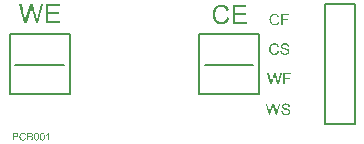
<source format=gbr>
%TF.GenerationSoftware,Altium Limited,Altium Designer,21.2.2 (38)*%
G04 Layer_Color=65535*
%FSLAX45Y45*%
%MOMM*%
%TF.SameCoordinates,3995F6FB-8084-4E5D-8546-3C017CB94CB1*%
%TF.FilePolarity,Positive*%
%TF.FileFunction,Legend,Top*%
%TF.Part,Single*%
G01*
G75*
%TA.AperFunction,NonConductor*%
%ADD14C,0.20000*%
G36*
X231533Y171106D02*
X232365Y171014D01*
X233382Y170921D01*
X234399Y170829D01*
X235601Y170551D01*
X238097Y169997D01*
X240871Y169165D01*
X242258Y168610D01*
X243552Y167963D01*
X244846Y167130D01*
X246141Y166298D01*
X246233Y166206D01*
X246418Y166113D01*
X246788Y165836D01*
X247250Y165374D01*
X247712Y164912D01*
X248360Y164264D01*
X249007Y163525D01*
X249747Y162785D01*
X250486Y161860D01*
X251226Y160751D01*
X252058Y159642D01*
X252798Y158440D01*
X253445Y157053D01*
X254184Y155666D01*
X254739Y154187D01*
X255294Y152522D01*
X246973Y150581D01*
Y150673D01*
X246880Y150858D01*
X246695Y151228D01*
X246511Y151690D01*
X246326Y152245D01*
X246048Y152985D01*
X245309Y154464D01*
X244384Y156128D01*
X243275Y157792D01*
X241888Y159364D01*
X240408Y160751D01*
X240224Y160936D01*
X239669Y161306D01*
X238744Y161768D01*
X237542Y162415D01*
X235971Y162970D01*
X234214Y163525D01*
X232087Y163895D01*
X229776Y163987D01*
X229036D01*
X228574Y163895D01*
X227927D01*
X227187Y163802D01*
X225431Y163525D01*
X223489Y163155D01*
X221455Y162508D01*
X219328Y161583D01*
X217387Y160381D01*
X217294D01*
X217202Y160196D01*
X216555Y159734D01*
X215723Y158994D01*
X214706Y157885D01*
X213504Y156498D01*
X212394Y154926D01*
X211377Y152985D01*
X210453Y150858D01*
Y150766D01*
X210360Y150581D01*
X210268Y150303D01*
X210175Y149841D01*
X209990Y149286D01*
X209806Y148639D01*
X209528Y147068D01*
X209158Y145218D01*
X208789Y143184D01*
X208604Y140965D01*
X208511Y138562D01*
Y138469D01*
Y138192D01*
Y137729D01*
Y137175D01*
X208604Y136528D01*
Y135695D01*
X208696Y134771D01*
X208789Y133754D01*
X209066Y131535D01*
X209528Y129131D01*
X210083Y126727D01*
X210823Y124323D01*
Y124231D01*
X210915Y124046D01*
X211100Y123769D01*
X211285Y123306D01*
X211840Y122197D01*
X212672Y120902D01*
X213689Y119423D01*
X214983Y117851D01*
X216462Y116465D01*
X218219Y115170D01*
X218311D01*
X218496Y115078D01*
X218774Y114893D01*
X219144Y114708D01*
X219606Y114523D01*
X220161Y114246D01*
X221455Y113691D01*
X223119Y113136D01*
X224968Y112674D01*
X227002Y112304D01*
X229129Y112212D01*
X229776D01*
X230331Y112304D01*
X230978D01*
X231625Y112397D01*
X233289Y112766D01*
X235231Y113229D01*
X237173Y113968D01*
X239207Y114985D01*
X240224Y115540D01*
X241148Y116280D01*
X241241Y116372D01*
X241333Y116465D01*
X241610Y116742D01*
X241980Y117019D01*
X242350Y117482D01*
X242812Y118036D01*
X243367Y118591D01*
X243829Y119331D01*
X244384Y120163D01*
X245031Y121087D01*
X245586Y122012D01*
X246141Y123121D01*
X246603Y124323D01*
X247065Y125618D01*
X247528Y127005D01*
X247897Y128484D01*
X256403Y126357D01*
Y126265D01*
X256311Y125895D01*
X256126Y125340D01*
X255849Y124601D01*
X255571Y123769D01*
X255201Y122752D01*
X254739Y121642D01*
X254184Y120440D01*
X252890Y117851D01*
X251226Y115263D01*
X250209Y113968D01*
X249192Y112674D01*
X248082Y111564D01*
X246788Y110455D01*
X246695Y110362D01*
X246511Y110178D01*
X246048Y109993D01*
X245586Y109623D01*
X244846Y109161D01*
X244107Y108698D01*
X243090Y108236D01*
X242073Y107774D01*
X240871Y107219D01*
X239576Y106757D01*
X238190Y106294D01*
X236710Y105832D01*
X235138Y105462D01*
X233474Y105277D01*
X231718Y105093D01*
X229868Y105000D01*
X228851D01*
X228112Y105093D01*
X227280D01*
X226263Y105185D01*
X225153Y105370D01*
X223859Y105555D01*
X221178Y106017D01*
X218404Y106757D01*
X215630Y107774D01*
X214336Y108421D01*
X213041Y109161D01*
X212949Y109253D01*
X212764Y109345D01*
X212394Y109623D01*
X212024Y109993D01*
X211470Y110362D01*
X210823Y110917D01*
X210083Y111564D01*
X209343Y112304D01*
X208604Y113136D01*
X207771Y113968D01*
X206107Y116095D01*
X204536Y118591D01*
X203149Y121365D01*
Y121457D01*
X202964Y121735D01*
X202871Y122197D01*
X202594Y122752D01*
X202409Y123491D01*
X202132Y124416D01*
X201762Y125433D01*
X201484Y126542D01*
X201207Y127744D01*
X200837Y129131D01*
X200375Y131997D01*
X200005Y135233D01*
X199820Y138562D01*
Y138654D01*
Y139024D01*
Y139579D01*
X199913Y140226D01*
Y141150D01*
X200005Y142075D01*
X200098Y143277D01*
X200283Y144479D01*
X200745Y147160D01*
X201392Y150119D01*
X202317Y153077D01*
X203611Y155943D01*
X203703Y156036D01*
X203796Y156313D01*
X203981Y156683D01*
X204351Y157145D01*
X204720Y157792D01*
X205183Y158532D01*
X206385Y160196D01*
X207956Y162045D01*
X209806Y163895D01*
X211932Y165744D01*
X214428Y167315D01*
X214521Y167408D01*
X214798Y167500D01*
X215168Y167685D01*
X215630Y167963D01*
X216370Y168240D01*
X217110Y168517D01*
X218034Y168887D01*
X219051Y169257D01*
X220161Y169627D01*
X221363Y169997D01*
X223951Y170551D01*
X226910Y171014D01*
X229961Y171199D01*
X230885D01*
X231533Y171106D01*
D02*
G37*
G36*
X452318Y106110D02*
X444459D01*
Y156128D01*
X444366Y156036D01*
X443904Y155666D01*
X443349Y155111D01*
X442425Y154464D01*
X441408Y153632D01*
X440113Y152707D01*
X438634Y151690D01*
X436970Y150673D01*
X436877D01*
X436785Y150581D01*
X436230Y150211D01*
X435306Y149749D01*
X434196Y149194D01*
X432902Y148547D01*
X431515Y147900D01*
X430128Y147252D01*
X428741Y146698D01*
Y154279D01*
X428834D01*
X429019Y154464D01*
X429389Y154556D01*
X429851Y154834D01*
X430406Y155111D01*
X431053Y155481D01*
X432624Y156406D01*
X434474Y157423D01*
X436323Y158717D01*
X438264Y160196D01*
X440206Y161768D01*
X440298Y161860D01*
X440391Y161953D01*
X440668Y162230D01*
X441038Y162508D01*
X441870Y163432D01*
X442980Y164542D01*
X444089Y165836D01*
X445291Y167315D01*
X446308Y168795D01*
X447233Y170366D01*
X452318D01*
Y106110D01*
D02*
G37*
G36*
X292276Y169997D02*
X293016D01*
X294680Y169812D01*
X296529Y169627D01*
X298471Y169257D01*
X300412Y168795D01*
X302169Y168147D01*
X302262D01*
X302354Y168055D01*
X302909Y167778D01*
X303741Y167315D01*
X304665Y166668D01*
X305775Y165836D01*
X306977Y164819D01*
X308086Y163525D01*
X309103Y162138D01*
X309196Y161953D01*
X309473Y161398D01*
X309935Y160659D01*
X310398Y159549D01*
X310860Y158255D01*
X311322Y156868D01*
X311600Y155296D01*
X311692Y153724D01*
Y153539D01*
Y153077D01*
X311600Y152245D01*
X311415Y151228D01*
X311137Y150026D01*
X310675Y148732D01*
X310120Y147437D01*
X309381Y146051D01*
X309288Y145866D01*
X309011Y145496D01*
X308456Y144756D01*
X307716Y144016D01*
X306792Y143092D01*
X305682Y142075D01*
X304296Y141150D01*
X302724Y140226D01*
X302816D01*
X303001Y140133D01*
X303279Y140041D01*
X303648Y139856D01*
X304758Y139486D01*
X306052Y138839D01*
X307439Y138007D01*
X309011Y136990D01*
X310398Y135788D01*
X311692Y134309D01*
X311784Y134124D01*
X312154Y133569D01*
X312709Y132737D01*
X313264Y131627D01*
X313819Y130148D01*
X314373Y128576D01*
X314743Y126727D01*
X314836Y124693D01*
Y124601D01*
Y124508D01*
Y123954D01*
X314743Y123029D01*
X314558Y121919D01*
X314373Y120625D01*
X314003Y119238D01*
X313541Y117759D01*
X312894Y116280D01*
X312802Y116095D01*
X312524Y115632D01*
X312154Y114985D01*
X311600Y114061D01*
X310860Y113136D01*
X310120Y112119D01*
X309196Y111102D01*
X308179Y110270D01*
X308086Y110178D01*
X307716Y109900D01*
X307069Y109530D01*
X306237Y109161D01*
X305220Y108606D01*
X304018Y108051D01*
X302724Y107589D01*
X301152Y107127D01*
X300967D01*
X300412Y106942D01*
X299488Y106849D01*
X298286Y106664D01*
X296807Y106479D01*
X295050Y106294D01*
X293108Y106202D01*
X290889Y106110D01*
X266481D01*
Y170089D01*
X291629D01*
X292276Y169997D01*
D02*
G37*
G36*
X170327D02*
X171899Y169904D01*
X173563Y169812D01*
X175135Y169627D01*
X176521Y169442D01*
X176706D01*
X177353Y169257D01*
X178186Y169072D01*
X179295Y168795D01*
X180497Y168332D01*
X181791Y167778D01*
X183178Y167130D01*
X184380Y166391D01*
X184565Y166298D01*
X184935Y166021D01*
X185490Y165466D01*
X186229Y164819D01*
X187061Y163987D01*
X187893Y162878D01*
X188818Y161676D01*
X189558Y160289D01*
X189650Y160104D01*
X189835Y159642D01*
X190205Y158809D01*
X190575Y157700D01*
X190852Y156406D01*
X191222Y154926D01*
X191407Y153262D01*
X191499Y151505D01*
Y151413D01*
Y151136D01*
Y150766D01*
X191407Y150119D01*
X191314Y149471D01*
X191222Y148639D01*
X191037Y147715D01*
X190852Y146698D01*
X190205Y144571D01*
X189835Y143462D01*
X189280Y142260D01*
X188633Y141058D01*
X187986Y139948D01*
X187154Y138839D01*
X186229Y137729D01*
X186137Y137637D01*
X185952Y137452D01*
X185675Y137175D01*
X185212Y136897D01*
X184657Y136435D01*
X183918Y135973D01*
X182993Y135418D01*
X181976Y134956D01*
X180774Y134401D01*
X179388Y133846D01*
X177908Y133384D01*
X176152Y133014D01*
X174302Y132644D01*
X172268Y132367D01*
X169957Y132182D01*
X167553Y132090D01*
X151188D01*
Y106110D01*
X142682D01*
Y170089D01*
X168940D01*
X170327Y169997D01*
D02*
G37*
G36*
X395735Y170274D02*
X396936Y170089D01*
X398323Y169812D01*
X399803Y169442D01*
X401374Y168980D01*
X402854Y168240D01*
X402946D01*
X403039Y168147D01*
X403501Y167870D01*
X404240Y167408D01*
X405165Y166761D01*
X406182Y165836D01*
X407292Y164819D01*
X408309Y163617D01*
X409326Y162230D01*
X409418Y162045D01*
X409788Y161583D01*
X410158Y160751D01*
X410805Y159549D01*
X411360Y158162D01*
X412099Y156590D01*
X412746Y154741D01*
X413301Y152707D01*
Y152615D01*
X413394Y152430D01*
X413486Y152153D01*
X413579Y151690D01*
X413671Y151136D01*
X413763Y150488D01*
X413948Y149656D01*
X414041Y148732D01*
X414226Y147715D01*
X414318Y146605D01*
X414411Y145311D01*
X414596Y144016D01*
X414688Y142537D01*
Y141058D01*
X414780Y139394D01*
Y137637D01*
Y137545D01*
Y137175D01*
Y136528D01*
Y135788D01*
X414688Y134771D01*
Y133661D01*
X414596Y132459D01*
X414503Y131165D01*
X414226Y128206D01*
X413763Y125155D01*
X413209Y122197D01*
X412839Y120810D01*
X412377Y119423D01*
Y119331D01*
X412284Y119146D01*
X412099Y118776D01*
X411914Y118314D01*
X411729Y117667D01*
X411360Y117019D01*
X410620Y115448D01*
X409695Y113783D01*
X408493Y111934D01*
X407107Y110270D01*
X405442Y108698D01*
X405350D01*
X405258Y108513D01*
X404980Y108328D01*
X404610Y108144D01*
X404148Y107866D01*
X403686Y107496D01*
X402299Y106849D01*
X400635Y106202D01*
X398693Y105555D01*
X396382Y105185D01*
X393885Y105000D01*
X392961D01*
X392314Y105093D01*
X391574Y105185D01*
X390649Y105370D01*
X389632Y105555D01*
X388523Y105832D01*
X387413Y106202D01*
X386212Y106572D01*
X385010Y107127D01*
X383808Y107774D01*
X382606Y108513D01*
X381404Y109438D01*
X380294Y110455D01*
X379277Y111564D01*
X379185Y111657D01*
X379000Y111934D01*
X378723Y112397D01*
X378260Y113136D01*
X377798Y113968D01*
X377336Y115078D01*
X376689Y116372D01*
X376134Y117851D01*
X375579Y119516D01*
X375024Y121457D01*
X374470Y123584D01*
X374007Y125988D01*
X373545Y128576D01*
X373268Y131350D01*
X373083Y134401D01*
X372990Y137637D01*
Y137729D01*
Y138099D01*
Y138746D01*
Y139486D01*
X373083Y140503D01*
Y141613D01*
X373175Y142815D01*
X373268Y144201D01*
X373545Y147068D01*
X374007Y150119D01*
X374562Y153170D01*
X374932Y154556D01*
X375302Y155943D01*
Y156036D01*
X375394Y156221D01*
X375579Y156590D01*
X375764Y157053D01*
X375949Y157700D01*
X376319Y158347D01*
X377058Y159919D01*
X377983Y161583D01*
X379185Y163340D01*
X380572Y165096D01*
X382236Y166576D01*
X382328D01*
X382421Y166761D01*
X382698Y166946D01*
X383068Y167130D01*
X383530Y167500D01*
X384085Y167778D01*
X385472Y168517D01*
X387136Y169165D01*
X389078Y169812D01*
X391389Y170182D01*
X393885Y170366D01*
X394718D01*
X395735Y170274D01*
D02*
G37*
G36*
X345993D02*
X347195Y170089D01*
X348582Y169812D01*
X350061Y169442D01*
X351633Y168980D01*
X353112Y168240D01*
X353205D01*
X353297Y168147D01*
X353760Y167870D01*
X354499Y167408D01*
X355424Y166761D01*
X356441Y165836D01*
X357550Y164819D01*
X358567Y163617D01*
X359584Y162230D01*
X359677Y162045D01*
X360047Y161583D01*
X360416Y160751D01*
X361064Y159549D01*
X361618Y158162D01*
X362358Y156590D01*
X363005Y154741D01*
X363560Y152707D01*
Y152615D01*
X363652Y152430D01*
X363745Y152153D01*
X363837Y151690D01*
X363930Y151136D01*
X364022Y150488D01*
X364207Y149656D01*
X364299Y148732D01*
X364484Y147715D01*
X364577Y146605D01*
X364669Y145311D01*
X364854Y144016D01*
X364947Y142537D01*
Y141058D01*
X365039Y139394D01*
Y137637D01*
Y137545D01*
Y137175D01*
Y136528D01*
Y135788D01*
X364947Y134771D01*
Y133661D01*
X364854Y132459D01*
X364762Y131165D01*
X364484Y128206D01*
X364022Y125155D01*
X363467Y122197D01*
X363098Y120810D01*
X362635Y119423D01*
Y119331D01*
X362543Y119146D01*
X362358Y118776D01*
X362173Y118314D01*
X361988Y117667D01*
X361618Y117019D01*
X360879Y115448D01*
X359954Y113783D01*
X358752Y111934D01*
X357365Y110270D01*
X355701Y108698D01*
X355609D01*
X355516Y108513D01*
X355239Y108328D01*
X354869Y108144D01*
X354407Y107866D01*
X353944Y107496D01*
X352558Y106849D01*
X350893Y106202D01*
X348952Y105555D01*
X346640Y105185D01*
X344144Y105000D01*
X343220D01*
X342572Y105093D01*
X341833Y105185D01*
X340908Y105370D01*
X339891Y105555D01*
X338782Y105832D01*
X337672Y106202D01*
X336470Y106572D01*
X335268Y107127D01*
X334066Y107774D01*
X332864Y108513D01*
X331663Y109438D01*
X330553Y110455D01*
X329536Y111564D01*
X329444Y111657D01*
X329259Y111934D01*
X328981Y112397D01*
X328519Y113136D01*
X328057Y113968D01*
X327594Y115078D01*
X326947Y116372D01*
X326393Y117851D01*
X325838Y119516D01*
X325283Y121457D01*
X324728Y123584D01*
X324266Y125988D01*
X323804Y128576D01*
X323526Y131350D01*
X323341Y134401D01*
X323249Y137637D01*
Y137729D01*
Y138099D01*
Y138746D01*
Y139486D01*
X323341Y140503D01*
Y141613D01*
X323434Y142815D01*
X323526Y144201D01*
X323804Y147068D01*
X324266Y150119D01*
X324821Y153170D01*
X325191Y154556D01*
X325560Y155943D01*
Y156036D01*
X325653Y156221D01*
X325838Y156590D01*
X326023Y157053D01*
X326208Y157700D01*
X326577Y158347D01*
X327317Y159919D01*
X328242Y161583D01*
X329444Y163340D01*
X330830Y165096D01*
X332495Y166576D01*
X332587D01*
X332680Y166761D01*
X332957Y166946D01*
X333327Y167130D01*
X333789Y167500D01*
X334344Y167778D01*
X335731Y168517D01*
X337395Y169165D01*
X339336Y169812D01*
X341648Y170182D01*
X344144Y170366D01*
X344976D01*
X345993Y170274D01*
D02*
G37*
G36*
X2450065Y929159D02*
X2451036D01*
X2453671Y928882D01*
X2456583Y928466D01*
X2459634Y927772D01*
X2462963Y926940D01*
X2466014Y925831D01*
X2466152D01*
X2466430Y925692D01*
X2466846Y925415D01*
X2467400Y925137D01*
X2468787Y924444D01*
X2470590Y923196D01*
X2472670Y921809D01*
X2474751Y920006D01*
X2476692Y917926D01*
X2478495Y915568D01*
Y915429D01*
X2478634Y915291D01*
X2478911Y914875D01*
X2479189Y914459D01*
X2479882Y913072D01*
X2480714Y911269D01*
X2481685Y909050D01*
X2482378Y906415D01*
X2483072Y903641D01*
X2483349Y900590D01*
X2471145Y899619D01*
Y899758D01*
Y900036D01*
X2471006Y900452D01*
X2470868Y901145D01*
X2470451Y902671D01*
X2469897Y904751D01*
X2469065Y906970D01*
X2467817Y909189D01*
X2466291Y911269D01*
X2464349Y913211D01*
X2464072Y913349D01*
X2463379Y913904D01*
X2461992Y914736D01*
X2460189Y915568D01*
X2457831Y916400D01*
X2455058Y917232D01*
X2451590Y917787D01*
X2447707Y917926D01*
X2445766D01*
X2444934Y917787D01*
X2443824Y917648D01*
X2441328Y917371D01*
X2438554Y916816D01*
X2435780Y916123D01*
X2433146Y915013D01*
X2432036Y914320D01*
X2430927Y913627D01*
X2430649Y913488D01*
X2430094Y912933D01*
X2429262Y911962D01*
X2428430Y910853D01*
X2427459Y909327D01*
X2426627Y907663D01*
X2426073Y905722D01*
X2425795Y903503D01*
Y903225D01*
Y902671D01*
X2425934Y901700D01*
X2426211Y900590D01*
X2426627Y899203D01*
X2427321Y897817D01*
X2428153Y896430D01*
X2429401Y895043D01*
X2429540Y894904D01*
X2430233Y894488D01*
X2430788Y894072D01*
X2431343Y893795D01*
X2432175Y893379D01*
X2433146Y892824D01*
X2434394Y892408D01*
X2435780Y891853D01*
X2437306Y891298D01*
X2439109Y890605D01*
X2441050Y890050D01*
X2443269Y889357D01*
X2445766Y888802D01*
X2448539Y888109D01*
X2448678D01*
X2449233Y887970D01*
X2450065Y887831D01*
X2451036Y887554D01*
X2452284Y887277D01*
X2453809Y886861D01*
X2455335Y886445D01*
X2456999Y886028D01*
X2460605Y885058D01*
X2464072Y884087D01*
X2465736Y883532D01*
X2467262Y882977D01*
X2468649Y882561D01*
X2469758Y882007D01*
X2469897D01*
X2470174Y881868D01*
X2470590Y881591D01*
X2471145Y881313D01*
X2472670Y880481D01*
X2474473Y879372D01*
X2476554Y877846D01*
X2478634Y876182D01*
X2480575Y874240D01*
X2482240Y872160D01*
X2482378Y871883D01*
X2482933Y871189D01*
X2483488Y869941D01*
X2484320Y868277D01*
X2485013Y866335D01*
X2485707Y863978D01*
X2486123Y861343D01*
X2486261Y858569D01*
Y858430D01*
Y858292D01*
Y857876D01*
Y857321D01*
X2485984Y855795D01*
X2485707Y853854D01*
X2485152Y851635D01*
X2484459Y849277D01*
X2483349Y846781D01*
X2481824Y844146D01*
Y844007D01*
X2481685Y843869D01*
X2480991Y843036D01*
X2480021Y841788D01*
X2478634Y840401D01*
X2476831Y838737D01*
X2474612Y836934D01*
X2472116Y835270D01*
X2469203Y833745D01*
X2469065D01*
X2468787Y833606D01*
X2468371Y833467D01*
X2467817Y833190D01*
X2466984Y832912D01*
X2466014Y832496D01*
X2463795Y831942D01*
X2461160Y831248D01*
X2457970Y830555D01*
X2454503Y830139D01*
X2450758Y830000D01*
X2448539D01*
X2447430Y830139D01*
X2446182D01*
X2444795Y830277D01*
X2443131Y830416D01*
X2439664Y830971D01*
X2436058Y831526D01*
X2432452Y832496D01*
X2428985Y833745D01*
X2428846D01*
X2428569Y833883D01*
X2428153Y834161D01*
X2427598Y834438D01*
X2425934Y835270D01*
X2423992Y836518D01*
X2421773Y838182D01*
X2419416Y840124D01*
X2417197Y842482D01*
X2415117Y845117D01*
Y845255D01*
X2414839Y845533D01*
X2414701Y845949D01*
X2414284Y846504D01*
X2414007Y847197D01*
X2413591Y848029D01*
X2412620Y850109D01*
X2411649Y852744D01*
X2410817Y855657D01*
X2410263Y858985D01*
X2409985Y862452D01*
X2421912Y863562D01*
Y863423D01*
Y863284D01*
X2422051Y862868D01*
Y862313D01*
X2422328Y861065D01*
X2422744Y859262D01*
X2423299Y857460D01*
X2423854Y855379D01*
X2424824Y853438D01*
X2425795Y851635D01*
X2425934Y851496D01*
X2426350Y850941D01*
X2427043Y849971D01*
X2428153Y849000D01*
X2429540Y847752D01*
X2431065Y846504D01*
X2433146Y845255D01*
X2435364Y844146D01*
X2435503D01*
X2435642Y844007D01*
X2436058Y843869D01*
X2436474Y843730D01*
X2437861Y843314D01*
X2439664Y842759D01*
X2441883Y842204D01*
X2444379Y841788D01*
X2447153Y841511D01*
X2450204Y841372D01*
X2451452D01*
X2452839Y841511D01*
X2454503Y841650D01*
X2456444Y841927D01*
X2458663Y842204D01*
X2460882Y842759D01*
X2462963Y843452D01*
X2463240Y843591D01*
X2463933Y843869D01*
X2464904Y844423D01*
X2466152Y844978D01*
X2467400Y845949D01*
X2468787Y846920D01*
X2470174Y848029D01*
X2471284Y849416D01*
X2471422Y849555D01*
X2471700Y850109D01*
X2472116Y850803D01*
X2472670Y851912D01*
X2473225Y853022D01*
X2473641Y854409D01*
X2473919Y855934D01*
X2474057Y857598D01*
Y857737D01*
Y858430D01*
X2473919Y859262D01*
X2473780Y860372D01*
X2473364Y861481D01*
X2472948Y862868D01*
X2472254Y864255D01*
X2471284Y865503D01*
X2471145Y865642D01*
X2470729Y866058D01*
X2470174Y866613D01*
X2469203Y867445D01*
X2468094Y868277D01*
X2466568Y869248D01*
X2464765Y870218D01*
X2462685Y871051D01*
X2462547Y871189D01*
X2461853Y871328D01*
X2460744Y871744D01*
X2460050Y871883D01*
X2459079Y872160D01*
X2458109Y872576D01*
X2456860Y872853D01*
X2455474Y873270D01*
X2453809Y873686D01*
X2452145Y874102D01*
X2450204Y874656D01*
X2447985Y875211D01*
X2445627Y875766D01*
X2445488D01*
X2445072Y875905D01*
X2444379Y876043D01*
X2443547Y876321D01*
X2442437Y876598D01*
X2441189Y876875D01*
X2438415Y877707D01*
X2435364Y878678D01*
X2432175Y879649D01*
X2429401Y880620D01*
X2428153Y881175D01*
X2427043Y881729D01*
X2426905D01*
X2426766Y881868D01*
X2425934Y882423D01*
X2424686Y883116D01*
X2423299Y884226D01*
X2421635Y885474D01*
X2419971Y886999D01*
X2418306Y888802D01*
X2416919Y890744D01*
X2416781Y891021D01*
X2416365Y891714D01*
X2415810Y892824D01*
X2415255Y894211D01*
X2414701Y896014D01*
X2414146Y898094D01*
X2413730Y900313D01*
X2413591Y902671D01*
Y902809D01*
Y902948D01*
Y903364D01*
Y903919D01*
X2413868Y905306D01*
X2414146Y907108D01*
X2414562Y909189D01*
X2415255Y911546D01*
X2416226Y913904D01*
X2417613Y916262D01*
Y916400D01*
X2417752Y916539D01*
X2418445Y917371D01*
X2419416Y918481D01*
X2420664Y919867D01*
X2422328Y921393D01*
X2424408Y923057D01*
X2426905Y924583D01*
X2429678Y925969D01*
X2429817D01*
X2430094Y926108D01*
X2430511Y926247D01*
X2431065Y926524D01*
X2431759Y926802D01*
X2432729Y927079D01*
X2434810Y927634D01*
X2437445Y928188D01*
X2440496Y928743D01*
X2443685Y929159D01*
X2447291Y929298D01*
X2449094D01*
X2450065Y929159D01*
D02*
G37*
G36*
X2361307D02*
X2362555Y929020D01*
X2364081Y928882D01*
X2365606Y928743D01*
X2367409Y928327D01*
X2371154Y927495D01*
X2375314Y926247D01*
X2377395Y925415D01*
X2379336Y924444D01*
X2381278Y923196D01*
X2383219Y921948D01*
X2383358Y921809D01*
X2383635Y921670D01*
X2384190Y921254D01*
X2384883Y920561D01*
X2385577Y919867D01*
X2386548Y918897D01*
X2387518Y917787D01*
X2388628Y916678D01*
X2389737Y915291D01*
X2390847Y913627D01*
X2392095Y911962D01*
X2393205Y910159D01*
X2394175Y908079D01*
X2395285Y905999D01*
X2396117Y903780D01*
X2396949Y901284D01*
X2384467Y898371D01*
Y898510D01*
X2384329Y898787D01*
X2384051Y899342D01*
X2383774Y900036D01*
X2383497Y900868D01*
X2383081Y901977D01*
X2381971Y904196D01*
X2380584Y906692D01*
X2378920Y909189D01*
X2376840Y911546D01*
X2374621Y913627D01*
X2374343Y913904D01*
X2373511Y914459D01*
X2372125Y915152D01*
X2370322Y916123D01*
X2367964Y916955D01*
X2365329Y917787D01*
X2362139Y918342D01*
X2358672Y918481D01*
X2357563D01*
X2356869Y918342D01*
X2355899D01*
X2354789Y918203D01*
X2352154Y917787D01*
X2349242Y917232D01*
X2346191Y916262D01*
X2343001Y914875D01*
X2340089Y913072D01*
X2339950D01*
X2339811Y912794D01*
X2338840Y912101D01*
X2337592Y910992D01*
X2336067Y909327D01*
X2334264Y907247D01*
X2332600Y904889D01*
X2331074Y901977D01*
X2329687Y898787D01*
Y898649D01*
X2329549Y898371D01*
X2329410Y897955D01*
X2329271Y897262D01*
X2328994Y896430D01*
X2328716Y895459D01*
X2328300Y893101D01*
X2327746Y890328D01*
X2327191Y887277D01*
X2326914Y883948D01*
X2326775Y880342D01*
Y880204D01*
Y879788D01*
Y879094D01*
Y878262D01*
X2326914Y877291D01*
Y876043D01*
X2327052Y874656D01*
X2327191Y873131D01*
X2327607Y869802D01*
X2328300Y866197D01*
X2329133Y862591D01*
X2330242Y858985D01*
Y858846D01*
X2330381Y858569D01*
X2330658Y858153D01*
X2330935Y857460D01*
X2331767Y855795D01*
X2333016Y853854D01*
X2334541Y851635D01*
X2336483Y849277D01*
X2338702Y847197D01*
X2341337Y845255D01*
X2341475D01*
X2341753Y845117D01*
X2342169Y844839D01*
X2342724Y844562D01*
X2343417Y844285D01*
X2344249Y843869D01*
X2346191Y843036D01*
X2348687Y842204D01*
X2351461Y841511D01*
X2354512Y840956D01*
X2357701Y840817D01*
X2358672D01*
X2359504Y840956D01*
X2360475D01*
X2361446Y841095D01*
X2363942Y841650D01*
X2366855Y842343D01*
X2369767Y843452D01*
X2372818Y844978D01*
X2374343Y845810D01*
X2375730Y846920D01*
X2375869Y847058D01*
X2376008Y847197D01*
X2376424Y847613D01*
X2376978Y848029D01*
X2377533Y848722D01*
X2378227Y849555D01*
X2379059Y850387D01*
X2379752Y851496D01*
X2380584Y852744D01*
X2381555Y854131D01*
X2382387Y855518D01*
X2383219Y857182D01*
X2383913Y858985D01*
X2384606Y860927D01*
X2385300Y863007D01*
X2385854Y865226D01*
X2398613Y862036D01*
Y861897D01*
X2398475Y861343D01*
X2398197Y860511D01*
X2397781Y859401D01*
X2397365Y858153D01*
X2396810Y856627D01*
X2396117Y854963D01*
X2395285Y853160D01*
X2393343Y849277D01*
X2390847Y845394D01*
X2389321Y843452D01*
X2387796Y841511D01*
X2386132Y839847D01*
X2384190Y838182D01*
X2384051Y838044D01*
X2383774Y837766D01*
X2383081Y837489D01*
X2382387Y836934D01*
X2381278Y836241D01*
X2380168Y835547D01*
X2378643Y834854D01*
X2377117Y834161D01*
X2375314Y833329D01*
X2373373Y832635D01*
X2371292Y831942D01*
X2369073Y831248D01*
X2366716Y830694D01*
X2364220Y830416D01*
X2361585Y830139D01*
X2358811Y830000D01*
X2357285D01*
X2356176Y830139D01*
X2354928D01*
X2353402Y830277D01*
X2351738Y830555D01*
X2349796Y830832D01*
X2345775Y831526D01*
X2341614Y832635D01*
X2337454Y834161D01*
X2335512Y835131D01*
X2333570Y836241D01*
X2333432Y836380D01*
X2333154Y836518D01*
X2332600Y836934D01*
X2332045Y837489D01*
X2331213Y838044D01*
X2330242Y838876D01*
X2329133Y839847D01*
X2328023Y840956D01*
X2326914Y842204D01*
X2325665Y843452D01*
X2323169Y846642D01*
X2320811Y850387D01*
X2318731Y854547D01*
Y854686D01*
X2318454Y855102D01*
X2318315Y855795D01*
X2317899Y856627D01*
X2317622Y857737D01*
X2317206Y859124D01*
X2316651Y860649D01*
X2316235Y862313D01*
X2315819Y864116D01*
X2315264Y866197D01*
X2314571Y870496D01*
X2314016Y875350D01*
X2313739Y880342D01*
Y880481D01*
Y881036D01*
Y881868D01*
X2313877Y882839D01*
Y884226D01*
X2314016Y885612D01*
X2314155Y887415D01*
X2314432Y889218D01*
X2315125Y893240D01*
X2316096Y897678D01*
X2317483Y902116D01*
X2319425Y906415D01*
X2319563Y906554D01*
X2319702Y906970D01*
X2319979Y907524D01*
X2320534Y908218D01*
X2321089Y909189D01*
X2321782Y910298D01*
X2323585Y912794D01*
X2325943Y915568D01*
X2328716Y918342D01*
X2331906Y921116D01*
X2335651Y923473D01*
X2335789Y923612D01*
X2336205Y923751D01*
X2336760Y924028D01*
X2337454Y924444D01*
X2338563Y924860D01*
X2339672Y925276D01*
X2341059Y925831D01*
X2342585Y926385D01*
X2344249Y926940D01*
X2346052Y927495D01*
X2349935Y928327D01*
X2354373Y929020D01*
X2358950Y929298D01*
X2360336D01*
X2361307Y929159D01*
D02*
G37*
G36*
X2364566Y1179159D02*
X2365814Y1179021D01*
X2367340Y1178882D01*
X2368865Y1178743D01*
X2370668Y1178327D01*
X2374413Y1177495D01*
X2378573Y1176247D01*
X2380654Y1175415D01*
X2382595Y1174444D01*
X2384537Y1173196D01*
X2386478Y1171948D01*
X2386617Y1171809D01*
X2386894Y1171670D01*
X2387449Y1171254D01*
X2388143Y1170561D01*
X2388836Y1169867D01*
X2389807Y1168897D01*
X2390778Y1167787D01*
X2391887Y1166678D01*
X2392996Y1165291D01*
X2394106Y1163627D01*
X2395354Y1161962D01*
X2396464Y1160159D01*
X2397434Y1158079D01*
X2398544Y1155999D01*
X2399376Y1153780D01*
X2400208Y1151284D01*
X2387726Y1148371D01*
Y1148510D01*
X2387588Y1148787D01*
X2387310Y1149342D01*
X2387033Y1150036D01*
X2386756Y1150868D01*
X2386340Y1151977D01*
X2385230Y1154196D01*
X2383843Y1156692D01*
X2382179Y1159189D01*
X2380099Y1161546D01*
X2377880Y1163627D01*
X2377603Y1163904D01*
X2376770Y1164459D01*
X2375384Y1165152D01*
X2373581Y1166123D01*
X2371223Y1166955D01*
X2368588Y1167787D01*
X2365398Y1168342D01*
X2361931Y1168481D01*
X2360822D01*
X2360128Y1168342D01*
X2359158D01*
X2358048Y1168203D01*
X2355413Y1167787D01*
X2352501Y1167232D01*
X2349450Y1166262D01*
X2346260Y1164875D01*
X2343348Y1163072D01*
X2343209D01*
X2343070Y1162794D01*
X2342099Y1162101D01*
X2340851Y1160992D01*
X2339326Y1159327D01*
X2337523Y1157247D01*
X2335859Y1154889D01*
X2334333Y1151977D01*
X2332946Y1148787D01*
Y1148649D01*
X2332808Y1148371D01*
X2332669Y1147955D01*
X2332530Y1147262D01*
X2332253Y1146430D01*
X2331976Y1145459D01*
X2331559Y1143101D01*
X2331005Y1140328D01*
X2330450Y1137277D01*
X2330173Y1133948D01*
X2330034Y1130342D01*
Y1130204D01*
Y1129788D01*
Y1129094D01*
Y1128262D01*
X2330173Y1127291D01*
Y1126043D01*
X2330311Y1124656D01*
X2330450Y1123131D01*
X2330866Y1119802D01*
X2331559Y1116197D01*
X2332392Y1112591D01*
X2333501Y1108985D01*
Y1108846D01*
X2333640Y1108569D01*
X2333917Y1108153D01*
X2334194Y1107460D01*
X2335027Y1105795D01*
X2336275Y1103854D01*
X2337800Y1101635D01*
X2339742Y1099277D01*
X2341961Y1097197D01*
X2344596Y1095255D01*
X2344734D01*
X2345012Y1095117D01*
X2345428Y1094839D01*
X2345983Y1094562D01*
X2346676Y1094285D01*
X2347508Y1093869D01*
X2349450Y1093036D01*
X2351946Y1092204D01*
X2354720Y1091511D01*
X2357771Y1090956D01*
X2360960Y1090817D01*
X2361931D01*
X2362763Y1090956D01*
X2363734D01*
X2364705Y1091095D01*
X2367201Y1091650D01*
X2370114Y1092343D01*
X2373026Y1093452D01*
X2376077Y1094978D01*
X2377603Y1095810D01*
X2378989Y1096920D01*
X2379128Y1097058D01*
X2379267Y1097197D01*
X2379683Y1097613D01*
X2380238Y1098029D01*
X2380792Y1098722D01*
X2381486Y1099555D01*
X2382318Y1100387D01*
X2383011Y1101496D01*
X2383843Y1102744D01*
X2384814Y1104131D01*
X2385646Y1105518D01*
X2386478Y1107182D01*
X2387172Y1108985D01*
X2387865Y1110927D01*
X2388559Y1113007D01*
X2389113Y1115226D01*
X2401872Y1112036D01*
Y1111897D01*
X2401734Y1111343D01*
X2401456Y1110511D01*
X2401040Y1109401D01*
X2400624Y1108153D01*
X2400069Y1106627D01*
X2399376Y1104963D01*
X2398544Y1103160D01*
X2396602Y1099277D01*
X2394106Y1095394D01*
X2392580Y1093452D01*
X2391055Y1091511D01*
X2389391Y1089847D01*
X2387449Y1088182D01*
X2387310Y1088044D01*
X2387033Y1087766D01*
X2386340Y1087489D01*
X2385646Y1086934D01*
X2384537Y1086241D01*
X2383427Y1085547D01*
X2381902Y1084854D01*
X2380376Y1084161D01*
X2378573Y1083329D01*
X2376632Y1082635D01*
X2374552Y1081942D01*
X2372333Y1081248D01*
X2369975Y1080694D01*
X2367479Y1080416D01*
X2364844Y1080139D01*
X2362070Y1080000D01*
X2360544D01*
X2359435Y1080139D01*
X2358187D01*
X2356661Y1080277D01*
X2354997Y1080555D01*
X2353055Y1080832D01*
X2349034Y1081526D01*
X2344873Y1082635D01*
X2340713Y1084161D01*
X2338771Y1085131D01*
X2336829Y1086241D01*
X2336691Y1086380D01*
X2336413Y1086518D01*
X2335859Y1086934D01*
X2335304Y1087489D01*
X2334472Y1088044D01*
X2333501Y1088876D01*
X2332392Y1089847D01*
X2331282Y1090956D01*
X2330173Y1092204D01*
X2328924Y1093452D01*
X2326428Y1096642D01*
X2324071Y1100387D01*
X2321990Y1104547D01*
Y1104686D01*
X2321713Y1105102D01*
X2321574Y1105795D01*
X2321158Y1106627D01*
X2320881Y1107737D01*
X2320465Y1109124D01*
X2319910Y1110649D01*
X2319494Y1112313D01*
X2319078Y1114116D01*
X2318523Y1116197D01*
X2317830Y1120496D01*
X2317275Y1125350D01*
X2316998Y1130342D01*
Y1130481D01*
Y1131036D01*
Y1131868D01*
X2317136Y1132839D01*
Y1134226D01*
X2317275Y1135612D01*
X2317414Y1137415D01*
X2317691Y1139218D01*
X2318384Y1143240D01*
X2319355Y1147678D01*
X2320742Y1152116D01*
X2322684Y1156415D01*
X2322822Y1156554D01*
X2322961Y1156970D01*
X2323238Y1157524D01*
X2323793Y1158218D01*
X2324348Y1159189D01*
X2325041Y1160298D01*
X2326844Y1162794D01*
X2329202Y1165568D01*
X2331976Y1168342D01*
X2335165Y1171116D01*
X2338910Y1173473D01*
X2339048Y1173612D01*
X2339464Y1173751D01*
X2340019Y1174028D01*
X2340713Y1174444D01*
X2341822Y1174860D01*
X2342932Y1175276D01*
X2344318Y1175831D01*
X2345844Y1176386D01*
X2347508Y1176940D01*
X2349311Y1177495D01*
X2353194Y1178327D01*
X2357632Y1179021D01*
X2362209Y1179298D01*
X2363595D01*
X2364566Y1179159D01*
D02*
G37*
G36*
X2483002Y1166262D02*
X2430857D01*
Y1136583D01*
X2475930D01*
Y1125211D01*
X2430857D01*
Y1081664D01*
X2418098D01*
Y1177634D01*
X2483002D01*
Y1166262D01*
D02*
G37*
G36*
X2457539Y419159D02*
X2458510D01*
X2461145Y418882D01*
X2464057Y418466D01*
X2467108Y417772D01*
X2470437Y416940D01*
X2473488Y415831D01*
X2473626D01*
X2473904Y415692D01*
X2474320Y415415D01*
X2474875Y415137D01*
X2476261Y414444D01*
X2478064Y413196D01*
X2480145Y411809D01*
X2482225Y410006D01*
X2484166Y407926D01*
X2485969Y405568D01*
Y405429D01*
X2486108Y405291D01*
X2486385Y404875D01*
X2486663Y404459D01*
X2487356Y403072D01*
X2488188Y401269D01*
X2489159Y399050D01*
X2489853Y396415D01*
X2490546Y393641D01*
X2490823Y390590D01*
X2478619Y389619D01*
Y389758D01*
Y390036D01*
X2478480Y390452D01*
X2478342Y391145D01*
X2477926Y392671D01*
X2477371Y394751D01*
X2476539Y396970D01*
X2475291Y399189D01*
X2473765Y401269D01*
X2471824Y403211D01*
X2471546Y403349D01*
X2470853Y403904D01*
X2469466Y404736D01*
X2467663Y405568D01*
X2465305Y406400D01*
X2462532Y407232D01*
X2459065Y407787D01*
X2455182Y407926D01*
X2453240D01*
X2452408Y407787D01*
X2451298Y407648D01*
X2448802Y407371D01*
X2446028Y406816D01*
X2443255Y406123D01*
X2440620Y405013D01*
X2439510Y404320D01*
X2438401Y403627D01*
X2438123Y403488D01*
X2437569Y402933D01*
X2436737Y401962D01*
X2435904Y400853D01*
X2434934Y399327D01*
X2434102Y397663D01*
X2433547Y395722D01*
X2433269Y393503D01*
Y393225D01*
Y392671D01*
X2433408Y391700D01*
X2433686Y390590D01*
X2434102Y389203D01*
X2434795Y387817D01*
X2435627Y386430D01*
X2436875Y385043D01*
X2437014Y384904D01*
X2437707Y384488D01*
X2438262Y384072D01*
X2438817Y383795D01*
X2439649Y383379D01*
X2440620Y382824D01*
X2441868Y382408D01*
X2443255Y381853D01*
X2444780Y381298D01*
X2446583Y380605D01*
X2448525Y380050D01*
X2450744Y379357D01*
X2453240Y378802D01*
X2456014Y378109D01*
X2456152D01*
X2456707Y377970D01*
X2457539Y377831D01*
X2458510Y377554D01*
X2459758Y377277D01*
X2461284Y376861D01*
X2462809Y376445D01*
X2464473Y376028D01*
X2468079Y375058D01*
X2471546Y374087D01*
X2473210Y373532D01*
X2474736Y372977D01*
X2476123Y372561D01*
X2477232Y372007D01*
X2477371D01*
X2477648Y371868D01*
X2478064Y371591D01*
X2478619Y371313D01*
X2480145Y370481D01*
X2481948Y369372D01*
X2484028Y367846D01*
X2486108Y366182D01*
X2488050Y364240D01*
X2489714Y362160D01*
X2489853Y361883D01*
X2490407Y361189D01*
X2490962Y359941D01*
X2491794Y358277D01*
X2492488Y356335D01*
X2493181Y353978D01*
X2493597Y351343D01*
X2493736Y348569D01*
Y348430D01*
Y348292D01*
Y347876D01*
Y347321D01*
X2493458Y345795D01*
X2493181Y343854D01*
X2492626Y341635D01*
X2491933Y339277D01*
X2490823Y336781D01*
X2489298Y334146D01*
Y334007D01*
X2489159Y333869D01*
X2488466Y333036D01*
X2487495Y331788D01*
X2486108Y330401D01*
X2484305Y328737D01*
X2482086Y326934D01*
X2479590Y325270D01*
X2476678Y323745D01*
X2476539D01*
X2476261Y323606D01*
X2475845Y323467D01*
X2475291Y323190D01*
X2474459Y322912D01*
X2473488Y322496D01*
X2471269Y321942D01*
X2468634Y321248D01*
X2465444Y320555D01*
X2461977Y320139D01*
X2458233Y320000D01*
X2456014D01*
X2454904Y320139D01*
X2453656D01*
X2452269Y320277D01*
X2450605Y320416D01*
X2447138Y320971D01*
X2443532Y321526D01*
X2439926Y322496D01*
X2436459Y323745D01*
X2436321D01*
X2436043Y323883D01*
X2435627Y324161D01*
X2435072Y324438D01*
X2433408Y325270D01*
X2431467Y326518D01*
X2429248Y328182D01*
X2426890Y330124D01*
X2424671Y332482D01*
X2422591Y335117D01*
Y335255D01*
X2422313Y335533D01*
X2422175Y335949D01*
X2421759Y336504D01*
X2421481Y337197D01*
X2421065Y338029D01*
X2420094Y340109D01*
X2419124Y342744D01*
X2418292Y345657D01*
X2417737Y348985D01*
X2417459Y352452D01*
X2429386Y353562D01*
Y353423D01*
Y353284D01*
X2429525Y352868D01*
Y352313D01*
X2429802Y351065D01*
X2430218Y349262D01*
X2430773Y347460D01*
X2431328Y345379D01*
X2432299Y343438D01*
X2433269Y341635D01*
X2433408Y341496D01*
X2433824Y340941D01*
X2434518Y339971D01*
X2435627Y339000D01*
X2437014Y337752D01*
X2438539Y336504D01*
X2440620Y335255D01*
X2442839Y334146D01*
X2442977D01*
X2443116Y334007D01*
X2443532Y333869D01*
X2443948Y333730D01*
X2445335Y333314D01*
X2447138Y332759D01*
X2449357Y332204D01*
X2451853Y331788D01*
X2454627Y331511D01*
X2457678Y331372D01*
X2458926D01*
X2460313Y331511D01*
X2461977Y331650D01*
X2463919Y331927D01*
X2466138Y332204D01*
X2468357Y332759D01*
X2470437Y333452D01*
X2470714Y333591D01*
X2471408Y333869D01*
X2472378Y334423D01*
X2473626Y334978D01*
X2474875Y335949D01*
X2476261Y336920D01*
X2477648Y338029D01*
X2478758Y339416D01*
X2478896Y339555D01*
X2479174Y340109D01*
X2479590Y340803D01*
X2480145Y341912D01*
X2480699Y343022D01*
X2481115Y344409D01*
X2481393Y345934D01*
X2481531Y347598D01*
Y347737D01*
Y348430D01*
X2481393Y349262D01*
X2481254Y350372D01*
X2480838Y351481D01*
X2480422Y352868D01*
X2479729Y354255D01*
X2478758Y355503D01*
X2478619Y355642D01*
X2478203Y356058D01*
X2477648Y356613D01*
X2476678Y357445D01*
X2475568Y358277D01*
X2474043Y359248D01*
X2472240Y360218D01*
X2470159Y361051D01*
X2470021Y361189D01*
X2469327Y361328D01*
X2468218Y361744D01*
X2467524Y361883D01*
X2466554Y362160D01*
X2465583Y362576D01*
X2464335Y362853D01*
X2462948Y363270D01*
X2461284Y363686D01*
X2459619Y364102D01*
X2457678Y364656D01*
X2455459Y365211D01*
X2453101Y365766D01*
X2452963D01*
X2452547Y365905D01*
X2451853Y366043D01*
X2451021Y366321D01*
X2449912Y366598D01*
X2448663Y366875D01*
X2445890Y367707D01*
X2442839Y368678D01*
X2439649Y369649D01*
X2436875Y370620D01*
X2435627Y371175D01*
X2434518Y371729D01*
X2434379D01*
X2434240Y371868D01*
X2433408Y372423D01*
X2432160Y373116D01*
X2430773Y374226D01*
X2429109Y375474D01*
X2427445Y376999D01*
X2425781Y378802D01*
X2424394Y380744D01*
X2424255Y381021D01*
X2423839Y381715D01*
X2423284Y382824D01*
X2422729Y384211D01*
X2422175Y386014D01*
X2421620Y388094D01*
X2421204Y390313D01*
X2421065Y392671D01*
Y392809D01*
Y392948D01*
Y393364D01*
Y393919D01*
X2421343Y395306D01*
X2421620Y397108D01*
X2422036Y399189D01*
X2422729Y401546D01*
X2423700Y403904D01*
X2425087Y406262D01*
Y406400D01*
X2425226Y406539D01*
X2425919Y407371D01*
X2426890Y408481D01*
X2428138Y409867D01*
X2429802Y411393D01*
X2431883Y413057D01*
X2434379Y414583D01*
X2437153Y415969D01*
X2437291D01*
X2437569Y416108D01*
X2437985Y416247D01*
X2438539Y416524D01*
X2439233Y416802D01*
X2440204Y417079D01*
X2442284Y417634D01*
X2444919Y418188D01*
X2447970Y418743D01*
X2451160Y419159D01*
X2454765Y419298D01*
X2456568D01*
X2457539Y419159D01*
D02*
G37*
G36*
X2383482Y321664D02*
X2371000D01*
X2350891Y394751D01*
Y394889D01*
X2350752Y395167D01*
X2350614Y395583D01*
X2350475Y396276D01*
X2350059Y397802D01*
X2349643Y399605D01*
X2349088Y401546D01*
X2348534Y403349D01*
X2348117Y404875D01*
X2347979Y405568D01*
X2347840Y405984D01*
Y405846D01*
X2347701Y405707D01*
X2347563Y404875D01*
X2347285Y403627D01*
X2346869Y402101D01*
X2346453Y400437D01*
X2345899Y398495D01*
X2345482Y396554D01*
X2344928Y394751D01*
X2324680Y321664D01*
X2311366D01*
X2286264Y417634D01*
X2299439D01*
X2313724Y354671D01*
Y354532D01*
X2313863Y354255D01*
X2314001Y353700D01*
X2314140Y353007D01*
X2314279Y352036D01*
X2314556Y351065D01*
X2314833Y349817D01*
X2315111Y348430D01*
X2315804Y345518D01*
X2316498Y342190D01*
X2317191Y338584D01*
X2317884Y334978D01*
Y335117D01*
X2318023Y335671D01*
X2318300Y336365D01*
X2318439Y337474D01*
X2318716Y338584D01*
X2319133Y339971D01*
X2319826Y343022D01*
X2320658Y346073D01*
X2320935Y347598D01*
X2321351Y348985D01*
X2321629Y350233D01*
X2321906Y351343D01*
X2322184Y352175D01*
X2322322Y352730D01*
X2340490Y417634D01*
X2355884D01*
X2369475Y368956D01*
Y368817D01*
X2369752Y368123D01*
X2370030Y367153D01*
X2370307Y365905D01*
X2370723Y364240D01*
X2371278Y362437D01*
X2371832Y360357D01*
X2372387Y358000D01*
X2373081Y355365D01*
X2373635Y352730D01*
X2374883Y347044D01*
X2376132Y341080D01*
X2377102Y334978D01*
Y335117D01*
X2377241Y335394D01*
Y335949D01*
X2377518Y336642D01*
X2377657Y337474D01*
X2377935Y338445D01*
X2378073Y339693D01*
X2378489Y341080D01*
X2379183Y344131D01*
X2380015Y347737D01*
X2380847Y351620D01*
X2381956Y355919D01*
X2396934Y417634D01*
X2409832D01*
X2383482Y321664D01*
D02*
G37*
G36*
X2396741Y580000D02*
X2384259D01*
X2364150Y653087D01*
Y653225D01*
X2364012Y653503D01*
X2363873Y653919D01*
X2363734Y654612D01*
X2363318Y656138D01*
X2362902Y657941D01*
X2362347Y659882D01*
X2361793Y661685D01*
X2361377Y663211D01*
X2361238Y663904D01*
X2361099Y664320D01*
Y664181D01*
X2360960Y664043D01*
X2360822Y663211D01*
X2360544Y661962D01*
X2360128Y660437D01*
X2359712Y658773D01*
X2359158Y656831D01*
X2358742Y654889D01*
X2358187Y653087D01*
X2337939Y580000D01*
X2324625D01*
X2299523Y675969D01*
X2312698D01*
X2326983Y613007D01*
Y612868D01*
X2327122Y612591D01*
X2327260Y612036D01*
X2327399Y611343D01*
X2327538Y610372D01*
X2327815Y609401D01*
X2328092Y608153D01*
X2328370Y606766D01*
X2329063Y603854D01*
X2329757Y600525D01*
X2330450Y596920D01*
X2331143Y593314D01*
Y593452D01*
X2331282Y594007D01*
X2331559Y594701D01*
X2331698Y595810D01*
X2331976Y596920D01*
X2332392Y598306D01*
X2333085Y601357D01*
X2333917Y604408D01*
X2334194Y605934D01*
X2334611Y607321D01*
X2334888Y608569D01*
X2335165Y609678D01*
X2335443Y610511D01*
X2335581Y611065D01*
X2353749Y675969D01*
X2369143D01*
X2382734Y627291D01*
Y627153D01*
X2383011Y626459D01*
X2383289Y625488D01*
X2383566Y624240D01*
X2383982Y622576D01*
X2384537Y620773D01*
X2385091Y618693D01*
X2385646Y616335D01*
X2386340Y613700D01*
X2386894Y611065D01*
X2388143Y605379D01*
X2389391Y599416D01*
X2390361Y593314D01*
Y593452D01*
X2390500Y593730D01*
Y594285D01*
X2390778Y594978D01*
X2390916Y595810D01*
X2391194Y596781D01*
X2391332Y598029D01*
X2391748Y599416D01*
X2392442Y602467D01*
X2393274Y606073D01*
X2394106Y609956D01*
X2395215Y614255D01*
X2410193Y675969D01*
X2423091D01*
X2396741Y580000D01*
D02*
G37*
G36*
X2500477Y664597D02*
X2448331D01*
Y634919D01*
X2493404D01*
Y623547D01*
X2448331D01*
Y580000D01*
X2435572D01*
Y675969D01*
X2500477D01*
Y664597D01*
D02*
G37*
G36*
X1915557Y1255447D02*
X1917640Y1255215D01*
X1920185Y1254984D01*
X1922730Y1254753D01*
X1925738Y1254058D01*
X1931986Y1252670D01*
X1938928Y1250588D01*
X1942399Y1249199D01*
X1945638Y1247579D01*
X1948878Y1245497D01*
X1952117Y1243414D01*
X1952349Y1243183D01*
X1952811Y1242952D01*
X1953737Y1242257D01*
X1954894Y1241100D01*
X1956051Y1239943D01*
X1957671Y1238324D01*
X1959290Y1236473D01*
X1961142Y1234621D01*
X1962993Y1232307D01*
X1964844Y1229531D01*
X1966926Y1226754D01*
X1968778Y1223746D01*
X1970397Y1220275D01*
X1972249Y1216804D01*
X1973637Y1213102D01*
X1975025Y1208937D01*
X1954200Y1204077D01*
Y1204309D01*
X1953968Y1204772D01*
X1953506Y1205697D01*
X1953043Y1206854D01*
X1952580Y1208242D01*
X1951886Y1210094D01*
X1950035Y1213796D01*
X1947721Y1217961D01*
X1944944Y1222126D01*
X1941473Y1226060D01*
X1937771Y1229531D01*
X1937308Y1229993D01*
X1935920Y1230919D01*
X1933606Y1232076D01*
X1930598Y1233696D01*
X1926664Y1235084D01*
X1922267Y1236473D01*
X1916945Y1237398D01*
X1911161Y1237629D01*
X1909309D01*
X1908152Y1237398D01*
X1906533D01*
X1904681Y1237167D01*
X1900285Y1236473D01*
X1895426Y1235547D01*
X1890335Y1233927D01*
X1885013Y1231613D01*
X1880154Y1228605D01*
X1879922D01*
X1879691Y1228142D01*
X1878071Y1226985D01*
X1875989Y1225134D01*
X1873443Y1222357D01*
X1870435Y1218887D01*
X1867658Y1214953D01*
X1865113Y1210094D01*
X1862799Y1204772D01*
Y1204540D01*
X1862568Y1204077D01*
X1862336Y1203383D01*
X1862105Y1202226D01*
X1861642Y1200838D01*
X1861179Y1199218D01*
X1860485Y1195284D01*
X1859560Y1190656D01*
X1858634Y1185566D01*
X1858171Y1180012D01*
X1857940Y1173996D01*
Y1173765D01*
Y1173071D01*
Y1171914D01*
Y1170525D01*
X1858171Y1168905D01*
Y1166823D01*
X1858403Y1164509D01*
X1858634Y1161964D01*
X1859328Y1156410D01*
X1860485Y1150394D01*
X1861874Y1144378D01*
X1863725Y1138361D01*
Y1138130D01*
X1863956Y1137667D01*
X1864419Y1136973D01*
X1864882Y1135816D01*
X1866270Y1133039D01*
X1868353Y1129800D01*
X1870898Y1126098D01*
X1874137Y1122164D01*
X1877840Y1118693D01*
X1882236Y1115453D01*
X1882468D01*
X1882930Y1115222D01*
X1883625Y1114759D01*
X1884550Y1114296D01*
X1885707Y1113834D01*
X1887096Y1113140D01*
X1890335Y1111751D01*
X1894500Y1110363D01*
X1899128Y1109206D01*
X1904219Y1108280D01*
X1909541Y1108049D01*
X1911161D01*
X1912549Y1108280D01*
X1914169D01*
X1915788Y1108512D01*
X1919953Y1109437D01*
X1924813Y1110594D01*
X1929672Y1112445D01*
X1934763Y1114991D01*
X1937308Y1116379D01*
X1939622Y1118230D01*
X1939853Y1118462D01*
X1940085Y1118693D01*
X1940779Y1119387D01*
X1941705Y1120081D01*
X1942630Y1121238D01*
X1943787Y1122627D01*
X1945175Y1124015D01*
X1946332Y1125866D01*
X1947721Y1127949D01*
X1949341Y1130263D01*
X1950729Y1132577D01*
X1952117Y1135353D01*
X1953274Y1138361D01*
X1954431Y1141601D01*
X1955588Y1145072D01*
X1956514Y1148774D01*
X1977802Y1143452D01*
Y1143221D01*
X1977571Y1142295D01*
X1977108Y1140907D01*
X1976414Y1139056D01*
X1975719Y1136973D01*
X1974794Y1134428D01*
X1973637Y1131651D01*
X1972249Y1128643D01*
X1969009Y1122164D01*
X1964844Y1115685D01*
X1962299Y1112445D01*
X1959753Y1109206D01*
X1956977Y1106429D01*
X1953737Y1103652D01*
X1953506Y1103421D01*
X1953043Y1102958D01*
X1951886Y1102495D01*
X1950729Y1101570D01*
X1948878Y1100413D01*
X1947027Y1099256D01*
X1944481Y1098099D01*
X1941936Y1096942D01*
X1938928Y1095554D01*
X1935688Y1094397D01*
X1932217Y1093240D01*
X1928515Y1092083D01*
X1924581Y1091157D01*
X1920416Y1090694D01*
X1916020Y1090231D01*
X1911392Y1090000D01*
X1908847D01*
X1906995Y1090231D01*
X1904913D01*
X1902368Y1090463D01*
X1899591Y1090926D01*
X1896351Y1091388D01*
X1889641Y1092545D01*
X1882699Y1094397D01*
X1875757Y1096942D01*
X1872518Y1098562D01*
X1869278Y1100413D01*
X1869047Y1100644D01*
X1868584Y1100876D01*
X1867658Y1101570D01*
X1866733Y1102495D01*
X1865345Y1103421D01*
X1863725Y1104809D01*
X1861874Y1106429D01*
X1860022Y1108280D01*
X1858171Y1110363D01*
X1856089Y1112445D01*
X1851924Y1117767D01*
X1847990Y1124015D01*
X1844519Y1130957D01*
Y1131188D01*
X1844056Y1131882D01*
X1843825Y1133039D01*
X1843131Y1134428D01*
X1842668Y1136279D01*
X1841974Y1138593D01*
X1841048Y1141138D01*
X1840354Y1143915D01*
X1839660Y1146923D01*
X1838734Y1150394D01*
X1837577Y1157567D01*
X1836652Y1165666D01*
X1836189Y1173996D01*
Y1174228D01*
Y1175153D01*
Y1176541D01*
X1836420Y1178161D01*
Y1180475D01*
X1836652Y1182789D01*
X1836883Y1185797D01*
X1837346Y1188805D01*
X1838503Y1195516D01*
X1840123Y1202920D01*
X1842436Y1210325D01*
X1845676Y1217498D01*
X1845907Y1217730D01*
X1846139Y1218424D01*
X1846602Y1219349D01*
X1847527Y1220506D01*
X1848453Y1222126D01*
X1849610Y1223977D01*
X1852618Y1228142D01*
X1856552Y1232770D01*
X1861179Y1237398D01*
X1866501Y1242026D01*
X1872749Y1245960D01*
X1872981Y1246191D01*
X1873675Y1246422D01*
X1874600Y1246885D01*
X1875757Y1247579D01*
X1877608Y1248274D01*
X1879460Y1248968D01*
X1881773Y1249893D01*
X1884319Y1250819D01*
X1887096Y1251745D01*
X1890104Y1252670D01*
X1896583Y1254058D01*
X1903987Y1255215D01*
X1911623Y1255678D01*
X1913937D01*
X1915557Y1255447D01*
D02*
G37*
G36*
X2120109Y1233927D02*
X2025469D01*
Y1185103D01*
X2114093D01*
Y1166129D01*
X2025469D01*
Y1111751D01*
X2123812D01*
Y1092777D01*
X2004181D01*
Y1252901D01*
X2120109D01*
Y1233927D01*
D02*
G37*
G36*
X359240Y1100000D02*
X338415D01*
X304863Y1221945D01*
Y1222176D01*
X304631Y1222639D01*
X304400Y1223333D01*
X304169Y1224490D01*
X303474Y1227035D01*
X302780Y1230044D01*
X301855Y1233283D01*
X300929Y1236291D01*
X300235Y1238836D01*
X300003Y1239993D01*
X299772Y1240688D01*
Y1240456D01*
X299541Y1240225D01*
X299309Y1238836D01*
X298846Y1236754D01*
X298152Y1234209D01*
X297458Y1231432D01*
X296533Y1228192D01*
X295838Y1224953D01*
X294913Y1221945D01*
X261129Y1100000D01*
X238915D01*
X197033Y1260125D01*
X219016D01*
X242849Y1155072D01*
Y1154840D01*
X243081Y1154378D01*
X243312Y1153452D01*
X243543Y1152295D01*
X243775Y1150675D01*
X244238Y1149056D01*
X244700Y1146973D01*
X245163Y1144659D01*
X246320Y1139800D01*
X247477Y1134246D01*
X248634Y1128230D01*
X249791Y1122214D01*
Y1122445D01*
X250022Y1123371D01*
X250485Y1124528D01*
X250717Y1126379D01*
X251179Y1128230D01*
X251874Y1130544D01*
X253030Y1135635D01*
X254419Y1140725D01*
X254882Y1143271D01*
X255576Y1145585D01*
X256039Y1147667D01*
X256501Y1149518D01*
X256964Y1150907D01*
X257196Y1151832D01*
X287508Y1260125D01*
X313193D01*
X335870Y1178905D01*
Y1178674D01*
X336332Y1177517D01*
X336795Y1175897D01*
X337258Y1173815D01*
X337952Y1171038D01*
X338878Y1168030D01*
X339803Y1164559D01*
X340729Y1160625D01*
X341886Y1156229D01*
X342811Y1151832D01*
X344894Y1142345D01*
X346976Y1132395D01*
X348596Y1122214D01*
Y1122445D01*
X348828Y1122908D01*
Y1123834D01*
X349290Y1124991D01*
X349522Y1126379D01*
X349985Y1127999D01*
X350216Y1130081D01*
X350910Y1132395D01*
X352067Y1137486D01*
X353455Y1143502D01*
X354844Y1149981D01*
X356695Y1157154D01*
X381686Y1260125D01*
X403205D01*
X359240Y1100000D01*
D02*
G37*
G36*
X539265Y1241150D02*
X444625D01*
Y1192326D01*
X533249D01*
Y1173352D01*
X444625D01*
Y1118974D01*
X542967D01*
Y1100000D01*
X423336D01*
Y1260125D01*
X539265D01*
Y1241150D01*
D02*
G37*
%LPC*%
G36*
X290150Y162508D02*
X274987D01*
Y143277D01*
X290705D01*
X291906Y143369D01*
X293201Y143462D01*
X294495Y143554D01*
X295790Y143739D01*
X296807Y143924D01*
X296992Y144016D01*
X297361Y144109D01*
X297916Y144386D01*
X298656Y144756D01*
X299395Y145126D01*
X300227Y145681D01*
X301060Y146420D01*
X301707Y147160D01*
X301799Y147252D01*
X301984Y147530D01*
X302262Y148085D01*
X302539Y148732D01*
X302816Y149471D01*
X303094Y150396D01*
X303279Y151505D01*
X303371Y152707D01*
Y152892D01*
Y153262D01*
X303279Y153817D01*
X303186Y154556D01*
X303001Y155481D01*
X302724Y156406D01*
X302354Y157330D01*
X301799Y158255D01*
X301707Y158347D01*
X301522Y158625D01*
X301152Y159087D01*
X300690Y159549D01*
X300043Y160104D01*
X299303Y160659D01*
X298378Y161213D01*
X297361Y161583D01*
X297269D01*
X296807Y161768D01*
X296159Y161860D01*
X295142Y162045D01*
X293756Y162230D01*
X292184Y162323D01*
X290150Y162508D01*
D02*
G37*
G36*
X291814Y135695D02*
X274987D01*
Y113691D01*
X293201D01*
X295142Y113783D01*
X295975Y113876D01*
X296714Y113968D01*
X296807D01*
X297176Y114061D01*
X297731Y114153D01*
X298378Y114338D01*
X299950Y114893D01*
X301522Y115632D01*
X301614Y115725D01*
X301892Y115910D01*
X302262Y116187D01*
X302724Y116557D01*
X303186Y117112D01*
X303833Y117667D01*
X304296Y118406D01*
X304850Y119238D01*
X304943Y119331D01*
X305035Y119608D01*
X305220Y120163D01*
X305497Y120810D01*
X305775Y121550D01*
X305960Y122474D01*
X306052Y123584D01*
X306145Y124693D01*
Y124878D01*
Y125248D01*
X306052Y125988D01*
X305867Y126820D01*
X305682Y127744D01*
X305313Y128761D01*
X304850Y129778D01*
X304203Y130795D01*
X304111Y130888D01*
X303833Y131258D01*
X303463Y131720D01*
X302909Y132275D01*
X302169Y132922D01*
X301245Y133569D01*
X300227Y134124D01*
X299026Y134586D01*
X298841Y134678D01*
X298471Y134771D01*
X297639Y134956D01*
X296622Y135141D01*
X295327Y135326D01*
X293756Y135511D01*
X291814Y135695D01*
D02*
G37*
G36*
X169495Y162508D02*
X151188D01*
Y139671D01*
X168385D01*
X169032Y139763D01*
X169680D01*
X170419Y139856D01*
X172176Y140041D01*
X174118Y140411D01*
X176059Y140965D01*
X177816Y141705D01*
X178648Y142167D01*
X179295Y142722D01*
X179480Y142907D01*
X179850Y143277D01*
X180405Y144016D01*
X181052Y144941D01*
X181699Y146143D01*
X182254Y147622D01*
X182623Y149286D01*
X182808Y151228D01*
Y151320D01*
Y151413D01*
Y151875D01*
X182716Y152707D01*
X182531Y153632D01*
X182346Y154649D01*
X181976Y155851D01*
X181422Y156960D01*
X180774Y158070D01*
X180682Y158162D01*
X180405Y158532D01*
X179942Y158994D01*
X179388Y159642D01*
X178555Y160289D01*
X177631Y160843D01*
X176614Y161398D01*
X175412Y161860D01*
X175319D01*
X174950Y161953D01*
X174395Y162045D01*
X173655Y162230D01*
X172546Y162323D01*
X171159Y162415D01*
X169495Y162508D01*
D02*
G37*
G36*
X393793Y163895D02*
X393238D01*
X392868Y163802D01*
X391851Y163617D01*
X390649Y163340D01*
X389263Y162785D01*
X387783Y161953D01*
X387044Y161398D01*
X386304Y160843D01*
X385657Y160104D01*
X385010Y159272D01*
Y159179D01*
X384825Y158994D01*
X384640Y158625D01*
X384362Y158162D01*
X384085Y157423D01*
X383715Y156590D01*
X383438Y155573D01*
X383068Y154372D01*
X382698Y152985D01*
X382328Y151413D01*
X381959Y149656D01*
X381681Y147715D01*
X381404Y145496D01*
X381219Y143092D01*
X381126Y140503D01*
X381034Y137637D01*
Y137452D01*
Y136990D01*
Y136158D01*
X381126Y135048D01*
Y133846D01*
X381219Y132367D01*
X381311Y130795D01*
X381496Y129131D01*
X381959Y125525D01*
X382236Y123769D01*
X382606Y122104D01*
X382976Y120533D01*
X383530Y119053D01*
X384085Y117759D01*
X384732Y116649D01*
Y116557D01*
X384917Y116465D01*
X385379Y115817D01*
X386212Y114985D01*
X387229Y114061D01*
X388615Y113136D01*
X390187Y112304D01*
X391944Y111657D01*
X392868Y111564D01*
X393885Y111472D01*
X394440D01*
X394810Y111564D01*
X395735Y111749D01*
X397029Y112119D01*
X398416Y112766D01*
X399988Y113691D01*
X400727Y114246D01*
X401467Y114985D01*
X402206Y115725D01*
X402946Y116649D01*
Y116742D01*
X403131Y116927D01*
X403316Y117204D01*
X403501Y117667D01*
X403871Y118314D01*
X404148Y119146D01*
X404518Y120070D01*
X404888Y121180D01*
X405165Y122567D01*
X405535Y124046D01*
X405905Y125803D01*
X406182Y127652D01*
X406367Y129871D01*
X406552Y132182D01*
X406737Y134771D01*
Y137637D01*
Y137729D01*
Y137822D01*
Y138284D01*
Y139116D01*
X406644Y140226D01*
Y141428D01*
X406552Y142907D01*
X406459Y144479D01*
X406275Y146235D01*
X405812Y149749D01*
X405535Y151505D01*
X405165Y153170D01*
X404795Y154741D01*
X404240Y156221D01*
X403686Y157515D01*
X403039Y158625D01*
Y158717D01*
X402854Y158809D01*
X402669Y159087D01*
X402391Y159457D01*
X401559Y160289D01*
X400542Y161306D01*
X399155Y162230D01*
X397584Y163062D01*
X396752Y163432D01*
X395827Y163710D01*
X394810Y163802D01*
X393793Y163895D01*
D02*
G37*
G36*
X344052D02*
X343497D01*
X343127Y163802D01*
X342110Y163617D01*
X340908Y163340D01*
X339521Y162785D01*
X338042Y161953D01*
X337302Y161398D01*
X336563Y160843D01*
X335916Y160104D01*
X335268Y159272D01*
Y159179D01*
X335083Y158994D01*
X334898Y158625D01*
X334621Y158162D01*
X334344Y157423D01*
X333974Y156590D01*
X333697Y155573D01*
X333327Y154372D01*
X332957Y152985D01*
X332587Y151413D01*
X332217Y149656D01*
X331940Y147715D01*
X331663Y145496D01*
X331478Y143092D01*
X331385Y140503D01*
X331293Y137637D01*
Y137452D01*
Y136990D01*
Y136158D01*
X331385Y135048D01*
Y133846D01*
X331478Y132367D01*
X331570Y130795D01*
X331755Y129131D01*
X332217Y125525D01*
X332495Y123769D01*
X332864Y122104D01*
X333234Y120533D01*
X333789Y119053D01*
X334344Y117759D01*
X334991Y116649D01*
Y116557D01*
X335176Y116465D01*
X335638Y115817D01*
X336470Y114985D01*
X337487Y114061D01*
X338874Y113136D01*
X340446Y112304D01*
X342203Y111657D01*
X343127Y111564D01*
X344144Y111472D01*
X344699D01*
X345069Y111564D01*
X345993Y111749D01*
X347288Y112119D01*
X348674Y112766D01*
X350246Y113691D01*
X350986Y114246D01*
X351725Y114985D01*
X352465Y115725D01*
X353205Y116649D01*
Y116742D01*
X353390Y116927D01*
X353575Y117204D01*
X353760Y117667D01*
X354129Y118314D01*
X354407Y119146D01*
X354777Y120070D01*
X355146Y121180D01*
X355424Y122567D01*
X355794Y124046D01*
X356163Y125803D01*
X356441Y127652D01*
X356626Y129871D01*
X356811Y132182D01*
X356995Y134771D01*
Y137637D01*
Y137729D01*
Y137822D01*
Y138284D01*
Y139116D01*
X356903Y140226D01*
Y141428D01*
X356811Y142907D01*
X356718Y144479D01*
X356533Y146235D01*
X356071Y149749D01*
X355794Y151505D01*
X355424Y153170D01*
X355054Y154741D01*
X354499Y156221D01*
X353944Y157515D01*
X353297Y158625D01*
Y158717D01*
X353112Y158809D01*
X352927Y159087D01*
X352650Y159457D01*
X351818Y160289D01*
X350801Y161306D01*
X349414Y162230D01*
X347842Y163062D01*
X347010Y163432D01*
X346086Y163710D01*
X345069Y163802D01*
X344052Y163895D01*
D02*
G37*
%LPD*%
D14*
X119000Y496000D02*
X627000D01*
Y1004000D01*
X119000Y496000D02*
Y1004000D01*
X627000D01*
X1719000D02*
X2227000D01*
X1719000Y496000D02*
Y1004000D01*
X2227000Y496000D02*
Y1004000D01*
X1719000Y496000D02*
X2227000D01*
X165000Y745000D02*
X575000D01*
X1775000Y745000D02*
X2175000D01*
X2783000Y1261000D02*
X3037000D01*
Y245000D02*
Y1261000D01*
X2783000Y245000D02*
Y1261000D01*
Y245000D02*
X3037000D01*
%TF.MD5,58d4ec2a0bc9652a1f68080a8641e07f*%
M02*

</source>
